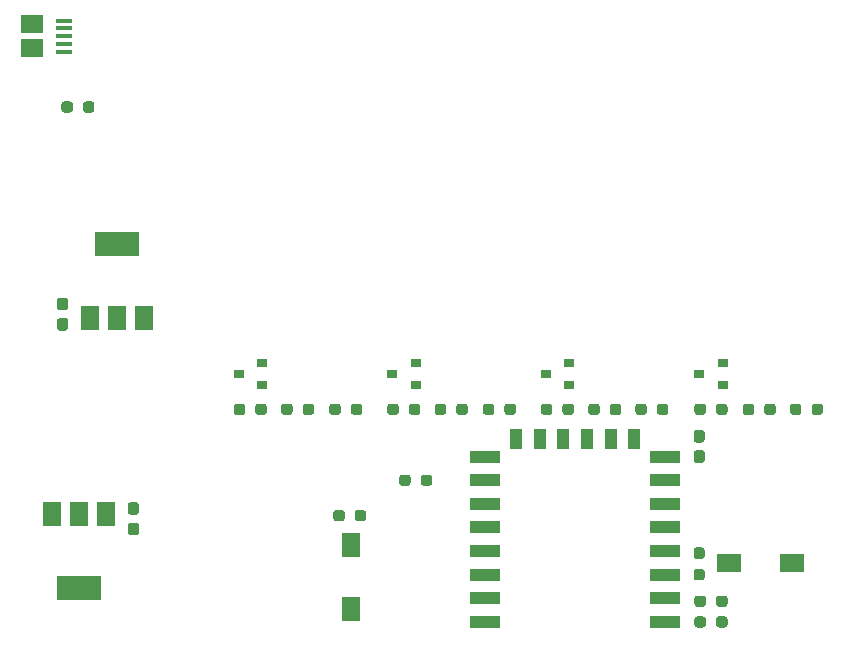
<source format=gbr>
%TF.GenerationSoftware,KiCad,Pcbnew,(5.1.9)-1*%
%TF.CreationDate,2021-07-06T13:13:09+03:00*%
%TF.ProjectId,plumber,706c756d-6265-4722-9e6b-696361645f70,rev?*%
%TF.SameCoordinates,Original*%
%TF.FileFunction,Paste,Top*%
%TF.FilePolarity,Positive*%
%FSLAX46Y46*%
G04 Gerber Fmt 4.6, Leading zero omitted, Abs format (unit mm)*
G04 Created by KiCad (PCBNEW (5.1.9)-1) date 2021-07-06 13:13:09*
%MOMM*%
%LPD*%
G01*
G04 APERTURE LIST*
%ADD10R,1.500000X2.000000*%
%ADD11R,3.800000X2.000000*%
%ADD12R,1.900000X1.500000*%
%ADD13R,1.350000X0.400000*%
%ADD14R,0.900000X0.800000*%
%ADD15R,1.600000X2.000000*%
%ADD16R,2.000000X1.600000*%
%ADD17R,2.500000X1.000000*%
%ADD18R,1.000000X1.800000*%
G04 APERTURE END LIST*
D10*
%TO.C,U2*%
X125400000Y-90300000D03*
X130000000Y-90300000D03*
X127700000Y-90300000D03*
D11*
X127700000Y-84000000D03*
%TD*%
%TO.C,R18*%
G36*
G01*
X123975000Y-72162500D02*
X123975000Y-72637500D01*
G75*
G02*
X123737500Y-72875000I-237500J0D01*
G01*
X123237500Y-72875000D01*
G75*
G02*
X123000000Y-72637500I0J237500D01*
G01*
X123000000Y-72162500D01*
G75*
G02*
X123237500Y-71925000I237500J0D01*
G01*
X123737500Y-71925000D01*
G75*
G02*
X123975000Y-72162500I0J-237500D01*
G01*
G37*
G36*
G01*
X125800000Y-72162500D02*
X125800000Y-72637500D01*
G75*
G02*
X125562500Y-72875000I-237500J0D01*
G01*
X125062500Y-72875000D01*
G75*
G02*
X124825000Y-72637500I0J237500D01*
G01*
X124825000Y-72162500D01*
G75*
G02*
X125062500Y-71925000I237500J0D01*
G01*
X125562500Y-71925000D01*
G75*
G02*
X125800000Y-72162500I0J-237500D01*
G01*
G37*
%TD*%
D12*
%TO.C,J13*%
X120500000Y-65400000D03*
D13*
X123200000Y-66400000D03*
X123200000Y-67050000D03*
X123200000Y-67700000D03*
X123200000Y-65100000D03*
X123200000Y-65750000D03*
D12*
X120500000Y-67400000D03*
%TD*%
%TO.C,C6*%
G36*
G01*
X129337500Y-106937500D02*
X128862500Y-106937500D01*
G75*
G02*
X128625000Y-106700000I0J237500D01*
G01*
X128625000Y-106100000D01*
G75*
G02*
X128862500Y-105862500I237500J0D01*
G01*
X129337500Y-105862500D01*
G75*
G02*
X129575000Y-106100000I0J-237500D01*
G01*
X129575000Y-106700000D01*
G75*
G02*
X129337500Y-106937500I-237500J0D01*
G01*
G37*
G36*
G01*
X129337500Y-108662500D02*
X128862500Y-108662500D01*
G75*
G02*
X128625000Y-108425000I0J237500D01*
G01*
X128625000Y-107825000D01*
G75*
G02*
X128862500Y-107587500I237500J0D01*
G01*
X129337500Y-107587500D01*
G75*
G02*
X129575000Y-107825000I0J-237500D01*
G01*
X129575000Y-108425000D01*
G75*
G02*
X129337500Y-108662500I-237500J0D01*
G01*
G37*
%TD*%
%TO.C,C5*%
G36*
G01*
X122862500Y-90262500D02*
X123337500Y-90262500D01*
G75*
G02*
X123575000Y-90500000I0J-237500D01*
G01*
X123575000Y-91100000D01*
G75*
G02*
X123337500Y-91337500I-237500J0D01*
G01*
X122862500Y-91337500D01*
G75*
G02*
X122625000Y-91100000I0J237500D01*
G01*
X122625000Y-90500000D01*
G75*
G02*
X122862500Y-90262500I237500J0D01*
G01*
G37*
G36*
G01*
X122862500Y-88537500D02*
X123337500Y-88537500D01*
G75*
G02*
X123575000Y-88775000I0J-237500D01*
G01*
X123575000Y-89375000D01*
G75*
G02*
X123337500Y-89612500I-237500J0D01*
G01*
X122862500Y-89612500D01*
G75*
G02*
X122625000Y-89375000I0J237500D01*
G01*
X122625000Y-88775000D01*
G75*
G02*
X122862500Y-88537500I237500J0D01*
G01*
G37*
%TD*%
D10*
%TO.C,U3*%
X126800000Y-106850000D03*
X122200000Y-106850000D03*
X124500000Y-106850000D03*
D11*
X124500000Y-113150000D03*
%TD*%
%TO.C,R16*%
G36*
G01*
X152425000Y-98237500D02*
X152425000Y-97762500D01*
G75*
G02*
X152662500Y-97525000I237500J0D01*
G01*
X153162500Y-97525000D01*
G75*
G02*
X153400000Y-97762500I0J-237500D01*
G01*
X153400000Y-98237500D01*
G75*
G02*
X153162500Y-98475000I-237500J0D01*
G01*
X152662500Y-98475000D01*
G75*
G02*
X152425000Y-98237500I0J237500D01*
G01*
G37*
G36*
G01*
X150600000Y-98237500D02*
X150600000Y-97762500D01*
G75*
G02*
X150837500Y-97525000I237500J0D01*
G01*
X151337500Y-97525000D01*
G75*
G02*
X151575000Y-97762500I0J-237500D01*
G01*
X151575000Y-98237500D01*
G75*
G02*
X151337500Y-98475000I-237500J0D01*
G01*
X150837500Y-98475000D01*
G75*
G02*
X150600000Y-98237500I0J237500D01*
G01*
G37*
%TD*%
%TO.C,R15*%
G36*
G01*
X139425000Y-98237500D02*
X139425000Y-97762500D01*
G75*
G02*
X139662500Y-97525000I237500J0D01*
G01*
X140162500Y-97525000D01*
G75*
G02*
X140400000Y-97762500I0J-237500D01*
G01*
X140400000Y-98237500D01*
G75*
G02*
X140162500Y-98475000I-237500J0D01*
G01*
X139662500Y-98475000D01*
G75*
G02*
X139425000Y-98237500I0J237500D01*
G01*
G37*
G36*
G01*
X137600000Y-98237500D02*
X137600000Y-97762500D01*
G75*
G02*
X137837500Y-97525000I237500J0D01*
G01*
X138337500Y-97525000D01*
G75*
G02*
X138575000Y-97762500I0J-237500D01*
G01*
X138575000Y-98237500D01*
G75*
G02*
X138337500Y-98475000I-237500J0D01*
G01*
X137837500Y-98475000D01*
G75*
G02*
X137600000Y-98237500I0J237500D01*
G01*
G37*
%TD*%
%TO.C,R14*%
G36*
G01*
X147512500Y-98237500D02*
X147512500Y-97762500D01*
G75*
G02*
X147750000Y-97525000I237500J0D01*
G01*
X148250000Y-97525000D01*
G75*
G02*
X148487500Y-97762500I0J-237500D01*
G01*
X148487500Y-98237500D01*
G75*
G02*
X148250000Y-98475000I-237500J0D01*
G01*
X147750000Y-98475000D01*
G75*
G02*
X147512500Y-98237500I0J237500D01*
G01*
G37*
G36*
G01*
X145687500Y-98237500D02*
X145687500Y-97762500D01*
G75*
G02*
X145925000Y-97525000I237500J0D01*
G01*
X146425000Y-97525000D01*
G75*
G02*
X146662500Y-97762500I0J-237500D01*
G01*
X146662500Y-98237500D01*
G75*
G02*
X146425000Y-98475000I-237500J0D01*
G01*
X145925000Y-98475000D01*
G75*
G02*
X145687500Y-98237500I0J237500D01*
G01*
G37*
%TD*%
%TO.C,R13*%
G36*
G01*
X160512500Y-98237500D02*
X160512500Y-97762500D01*
G75*
G02*
X160750000Y-97525000I237500J0D01*
G01*
X161250000Y-97525000D01*
G75*
G02*
X161487500Y-97762500I0J-237500D01*
G01*
X161487500Y-98237500D01*
G75*
G02*
X161250000Y-98475000I-237500J0D01*
G01*
X160750000Y-98475000D01*
G75*
G02*
X160512500Y-98237500I0J237500D01*
G01*
G37*
G36*
G01*
X158687500Y-98237500D02*
X158687500Y-97762500D01*
G75*
G02*
X158925000Y-97525000I237500J0D01*
G01*
X159425000Y-97525000D01*
G75*
G02*
X159662500Y-97762500I0J-237500D01*
G01*
X159662500Y-98237500D01*
G75*
G02*
X159425000Y-98475000I-237500J0D01*
G01*
X158925000Y-98475000D01*
G75*
G02*
X158687500Y-98237500I0J237500D01*
G01*
G37*
%TD*%
%TO.C,R11*%
G36*
G01*
X143425000Y-98237500D02*
X143425000Y-97762500D01*
G75*
G02*
X143662500Y-97525000I237500J0D01*
G01*
X144162500Y-97525000D01*
G75*
G02*
X144400000Y-97762500I0J-237500D01*
G01*
X144400000Y-98237500D01*
G75*
G02*
X144162500Y-98475000I-237500J0D01*
G01*
X143662500Y-98475000D01*
G75*
G02*
X143425000Y-98237500I0J237500D01*
G01*
G37*
G36*
G01*
X141600000Y-98237500D02*
X141600000Y-97762500D01*
G75*
G02*
X141837500Y-97525000I237500J0D01*
G01*
X142337500Y-97525000D01*
G75*
G02*
X142575000Y-97762500I0J-237500D01*
G01*
X142575000Y-98237500D01*
G75*
G02*
X142337500Y-98475000I-237500J0D01*
G01*
X141837500Y-98475000D01*
G75*
G02*
X141600000Y-98237500I0J237500D01*
G01*
G37*
%TD*%
%TO.C,R10*%
G36*
G01*
X156425000Y-98237500D02*
X156425000Y-97762500D01*
G75*
G02*
X156662500Y-97525000I237500J0D01*
G01*
X157162500Y-97525000D01*
G75*
G02*
X157400000Y-97762500I0J-237500D01*
G01*
X157400000Y-98237500D01*
G75*
G02*
X157162500Y-98475000I-237500J0D01*
G01*
X156662500Y-98475000D01*
G75*
G02*
X156425000Y-98237500I0J237500D01*
G01*
G37*
G36*
G01*
X154600000Y-98237500D02*
X154600000Y-97762500D01*
G75*
G02*
X154837500Y-97525000I237500J0D01*
G01*
X155337500Y-97525000D01*
G75*
G02*
X155575000Y-97762500I0J-237500D01*
G01*
X155575000Y-98237500D01*
G75*
G02*
X155337500Y-98475000I-237500J0D01*
G01*
X154837500Y-98475000D01*
G75*
G02*
X154600000Y-98237500I0J237500D01*
G01*
G37*
%TD*%
%TO.C,R9*%
G36*
G01*
X178425000Y-98237500D02*
X178425000Y-97762500D01*
G75*
G02*
X178662500Y-97525000I237500J0D01*
G01*
X179162500Y-97525000D01*
G75*
G02*
X179400000Y-97762500I0J-237500D01*
G01*
X179400000Y-98237500D01*
G75*
G02*
X179162500Y-98475000I-237500J0D01*
G01*
X178662500Y-98475000D01*
G75*
G02*
X178425000Y-98237500I0J237500D01*
G01*
G37*
G36*
G01*
X176600000Y-98237500D02*
X176600000Y-97762500D01*
G75*
G02*
X176837500Y-97525000I237500J0D01*
G01*
X177337500Y-97525000D01*
G75*
G02*
X177575000Y-97762500I0J-237500D01*
G01*
X177575000Y-98237500D01*
G75*
G02*
X177337500Y-98475000I-237500J0D01*
G01*
X176837500Y-98475000D01*
G75*
G02*
X176600000Y-98237500I0J237500D01*
G01*
G37*
%TD*%
%TO.C,R8*%
G36*
G01*
X165425000Y-98237500D02*
X165425000Y-97762500D01*
G75*
G02*
X165662500Y-97525000I237500J0D01*
G01*
X166162500Y-97525000D01*
G75*
G02*
X166400000Y-97762500I0J-237500D01*
G01*
X166400000Y-98237500D01*
G75*
G02*
X166162500Y-98475000I-237500J0D01*
G01*
X165662500Y-98475000D01*
G75*
G02*
X165425000Y-98237500I0J237500D01*
G01*
G37*
G36*
G01*
X163600000Y-98237500D02*
X163600000Y-97762500D01*
G75*
G02*
X163837500Y-97525000I237500J0D01*
G01*
X164337500Y-97525000D01*
G75*
G02*
X164575000Y-97762500I0J-237500D01*
G01*
X164575000Y-98237500D01*
G75*
G02*
X164337500Y-98475000I-237500J0D01*
G01*
X163837500Y-98475000D01*
G75*
G02*
X163600000Y-98237500I0J237500D01*
G01*
G37*
%TD*%
%TO.C,R7*%
G36*
G01*
X186512500Y-98237500D02*
X186512500Y-97762500D01*
G75*
G02*
X186750000Y-97525000I237500J0D01*
G01*
X187250000Y-97525000D01*
G75*
G02*
X187487500Y-97762500I0J-237500D01*
G01*
X187487500Y-98237500D01*
G75*
G02*
X187250000Y-98475000I-237500J0D01*
G01*
X186750000Y-98475000D01*
G75*
G02*
X186512500Y-98237500I0J237500D01*
G01*
G37*
G36*
G01*
X184687500Y-98237500D02*
X184687500Y-97762500D01*
G75*
G02*
X184925000Y-97525000I237500J0D01*
G01*
X185425000Y-97525000D01*
G75*
G02*
X185662500Y-97762500I0J-237500D01*
G01*
X185662500Y-98237500D01*
G75*
G02*
X185425000Y-98475000I-237500J0D01*
G01*
X184925000Y-98475000D01*
G75*
G02*
X184687500Y-98237500I0J237500D01*
G01*
G37*
%TD*%
%TO.C,R4*%
G36*
G01*
X173425000Y-98237500D02*
X173425000Y-97762500D01*
G75*
G02*
X173662500Y-97525000I237500J0D01*
G01*
X174162500Y-97525000D01*
G75*
G02*
X174400000Y-97762500I0J-237500D01*
G01*
X174400000Y-98237500D01*
G75*
G02*
X174162500Y-98475000I-237500J0D01*
G01*
X173662500Y-98475000D01*
G75*
G02*
X173425000Y-98237500I0J237500D01*
G01*
G37*
G36*
G01*
X171600000Y-98237500D02*
X171600000Y-97762500D01*
G75*
G02*
X171837500Y-97525000I237500J0D01*
G01*
X172337500Y-97525000D01*
G75*
G02*
X172575000Y-97762500I0J-237500D01*
G01*
X172575000Y-98237500D01*
G75*
G02*
X172337500Y-98475000I-237500J0D01*
G01*
X171837500Y-98475000D01*
G75*
G02*
X171600000Y-98237500I0J237500D01*
G01*
G37*
%TD*%
%TO.C,R3*%
G36*
G01*
X182512500Y-98237500D02*
X182512500Y-97762500D01*
G75*
G02*
X182750000Y-97525000I237500J0D01*
G01*
X183250000Y-97525000D01*
G75*
G02*
X183487500Y-97762500I0J-237500D01*
G01*
X183487500Y-98237500D01*
G75*
G02*
X183250000Y-98475000I-237500J0D01*
G01*
X182750000Y-98475000D01*
G75*
G02*
X182512500Y-98237500I0J237500D01*
G01*
G37*
G36*
G01*
X180687500Y-98237500D02*
X180687500Y-97762500D01*
G75*
G02*
X180925000Y-97525000I237500J0D01*
G01*
X181425000Y-97525000D01*
G75*
G02*
X181662500Y-97762500I0J-237500D01*
G01*
X181662500Y-98237500D01*
G75*
G02*
X181425000Y-98475000I-237500J0D01*
G01*
X180925000Y-98475000D01*
G75*
G02*
X180687500Y-98237500I0J237500D01*
G01*
G37*
%TD*%
%TO.C,R2*%
G36*
G01*
X153425000Y-104237500D02*
X153425000Y-103762500D01*
G75*
G02*
X153662500Y-103525000I237500J0D01*
G01*
X154162500Y-103525000D01*
G75*
G02*
X154400000Y-103762500I0J-237500D01*
G01*
X154400000Y-104237500D01*
G75*
G02*
X154162500Y-104475000I-237500J0D01*
G01*
X153662500Y-104475000D01*
G75*
G02*
X153425000Y-104237500I0J237500D01*
G01*
G37*
G36*
G01*
X151600000Y-104237500D02*
X151600000Y-103762500D01*
G75*
G02*
X151837500Y-103525000I237500J0D01*
G01*
X152337500Y-103525000D01*
G75*
G02*
X152575000Y-103762500I0J-237500D01*
G01*
X152575000Y-104237500D01*
G75*
G02*
X152337500Y-104475000I-237500J0D01*
G01*
X151837500Y-104475000D01*
G75*
G02*
X151600000Y-104237500I0J237500D01*
G01*
G37*
%TD*%
%TO.C,R1*%
G36*
G01*
X169425000Y-98237500D02*
X169425000Y-97762500D01*
G75*
G02*
X169662500Y-97525000I237500J0D01*
G01*
X170162500Y-97525000D01*
G75*
G02*
X170400000Y-97762500I0J-237500D01*
G01*
X170400000Y-98237500D01*
G75*
G02*
X170162500Y-98475000I-237500J0D01*
G01*
X169662500Y-98475000D01*
G75*
G02*
X169425000Y-98237500I0J237500D01*
G01*
G37*
G36*
G01*
X167600000Y-98237500D02*
X167600000Y-97762500D01*
G75*
G02*
X167837500Y-97525000I237500J0D01*
G01*
X168337500Y-97525000D01*
G75*
G02*
X168575000Y-97762500I0J-237500D01*
G01*
X168575000Y-98237500D01*
G75*
G02*
X168337500Y-98475000I-237500J0D01*
G01*
X167837500Y-98475000D01*
G75*
G02*
X167600000Y-98237500I0J237500D01*
G01*
G37*
%TD*%
D14*
%TO.C,Q4*%
X151000000Y-95000000D03*
X153000000Y-94050000D03*
X153000000Y-95950000D03*
%TD*%
%TO.C,Q3*%
X138000000Y-95000000D03*
X140000000Y-94050000D03*
X140000000Y-95950000D03*
%TD*%
%TO.C,Q2*%
X177000000Y-95000000D03*
X179000000Y-94050000D03*
X179000000Y-95950000D03*
%TD*%
%TO.C,Q1*%
X164000000Y-95000000D03*
X166000000Y-94050000D03*
X166000000Y-95950000D03*
%TD*%
D15*
%TO.C,FLASH1*%
X147500000Y-109500000D03*
X147500000Y-114900000D03*
%TD*%
%TO.C,R17*%
G36*
G01*
X178425000Y-114487500D02*
X178425000Y-114012500D01*
G75*
G02*
X178662500Y-113775000I237500J0D01*
G01*
X179162500Y-113775000D01*
G75*
G02*
X179400000Y-114012500I0J-237500D01*
G01*
X179400000Y-114487500D01*
G75*
G02*
X179162500Y-114725000I-237500J0D01*
G01*
X178662500Y-114725000D01*
G75*
G02*
X178425000Y-114487500I0J237500D01*
G01*
G37*
G36*
G01*
X176600000Y-114487500D02*
X176600000Y-114012500D01*
G75*
G02*
X176837500Y-113775000I237500J0D01*
G01*
X177337500Y-113775000D01*
G75*
G02*
X177575000Y-114012500I0J-237500D01*
G01*
X177575000Y-114487500D01*
G75*
G02*
X177337500Y-114725000I-237500J0D01*
G01*
X176837500Y-114725000D01*
G75*
G02*
X176600000Y-114487500I0J237500D01*
G01*
G37*
%TD*%
%TO.C,R12*%
G36*
G01*
X176762500Y-111512500D02*
X177237500Y-111512500D01*
G75*
G02*
X177475000Y-111750000I0J-237500D01*
G01*
X177475000Y-112250000D01*
G75*
G02*
X177237500Y-112487500I-237500J0D01*
G01*
X176762500Y-112487500D01*
G75*
G02*
X176525000Y-112250000I0J237500D01*
G01*
X176525000Y-111750000D01*
G75*
G02*
X176762500Y-111512500I237500J0D01*
G01*
G37*
G36*
G01*
X176762500Y-109687500D02*
X177237500Y-109687500D01*
G75*
G02*
X177475000Y-109925000I0J-237500D01*
G01*
X177475000Y-110425000D01*
G75*
G02*
X177237500Y-110662500I-237500J0D01*
G01*
X176762500Y-110662500D01*
G75*
G02*
X176525000Y-110425000I0J237500D01*
G01*
X176525000Y-109925000D01*
G75*
G02*
X176762500Y-109687500I237500J0D01*
G01*
G37*
%TD*%
%TO.C,R6*%
G36*
G01*
X146987500Y-106762500D02*
X146987500Y-107237500D01*
G75*
G02*
X146750000Y-107475000I-237500J0D01*
G01*
X146250000Y-107475000D01*
G75*
G02*
X146012500Y-107237500I0J237500D01*
G01*
X146012500Y-106762500D01*
G75*
G02*
X146250000Y-106525000I237500J0D01*
G01*
X146750000Y-106525000D01*
G75*
G02*
X146987500Y-106762500I0J-237500D01*
G01*
G37*
G36*
G01*
X148812500Y-106762500D02*
X148812500Y-107237500D01*
G75*
G02*
X148575000Y-107475000I-237500J0D01*
G01*
X148075000Y-107475000D01*
G75*
G02*
X147837500Y-107237500I0J237500D01*
G01*
X147837500Y-106762500D01*
G75*
G02*
X148075000Y-106525000I237500J0D01*
G01*
X148575000Y-106525000D01*
G75*
G02*
X148812500Y-106762500I0J-237500D01*
G01*
G37*
%TD*%
%TO.C,R5*%
G36*
G01*
X177575000Y-115762500D02*
X177575000Y-116237500D01*
G75*
G02*
X177337500Y-116475000I-237500J0D01*
G01*
X176837500Y-116475000D01*
G75*
G02*
X176600000Y-116237500I0J237500D01*
G01*
X176600000Y-115762500D01*
G75*
G02*
X176837500Y-115525000I237500J0D01*
G01*
X177337500Y-115525000D01*
G75*
G02*
X177575000Y-115762500I0J-237500D01*
G01*
G37*
G36*
G01*
X179400000Y-115762500D02*
X179400000Y-116237500D01*
G75*
G02*
X179162500Y-116475000I-237500J0D01*
G01*
X178662500Y-116475000D01*
G75*
G02*
X178425000Y-116237500I0J237500D01*
G01*
X178425000Y-115762500D01*
G75*
G02*
X178662500Y-115525000I237500J0D01*
G01*
X179162500Y-115525000D01*
G75*
G02*
X179400000Y-115762500I0J-237500D01*
G01*
G37*
%TD*%
%TO.C,C1*%
G36*
G01*
X177237500Y-100812500D02*
X176762500Y-100812500D01*
G75*
G02*
X176525000Y-100575000I0J237500D01*
G01*
X176525000Y-99975000D01*
G75*
G02*
X176762500Y-99737500I237500J0D01*
G01*
X177237500Y-99737500D01*
G75*
G02*
X177475000Y-99975000I0J-237500D01*
G01*
X177475000Y-100575000D01*
G75*
G02*
X177237500Y-100812500I-237500J0D01*
G01*
G37*
G36*
G01*
X177237500Y-102537500D02*
X176762500Y-102537500D01*
G75*
G02*
X176525000Y-102300000I0J237500D01*
G01*
X176525000Y-101700000D01*
G75*
G02*
X176762500Y-101462500I237500J0D01*
G01*
X177237500Y-101462500D01*
G75*
G02*
X177475000Y-101700000I0J-237500D01*
G01*
X177475000Y-102300000D01*
G75*
G02*
X177237500Y-102537500I-237500J0D01*
G01*
G37*
%TD*%
D16*
%TO.C,RESET1*%
X179500000Y-111000000D03*
X184900000Y-111000000D03*
%TD*%
D17*
%TO.C,U1*%
X174100000Y-116000000D03*
X174100000Y-114000000D03*
X174100000Y-112000000D03*
X174100000Y-110000000D03*
X174100000Y-108000000D03*
X174100000Y-106000000D03*
X174100000Y-104000000D03*
X174100000Y-102000000D03*
D18*
X171500000Y-100500000D03*
X169500000Y-100500000D03*
X167500000Y-100500000D03*
X165500000Y-100500000D03*
X163500000Y-100500000D03*
X161500000Y-100500000D03*
D17*
X158900000Y-102000000D03*
X158900000Y-104000000D03*
X158900000Y-106000000D03*
X158900000Y-108000000D03*
X158900000Y-110000000D03*
X158900000Y-112000000D03*
X158900000Y-114000000D03*
X158900000Y-116000000D03*
%TD*%
M02*

</source>
